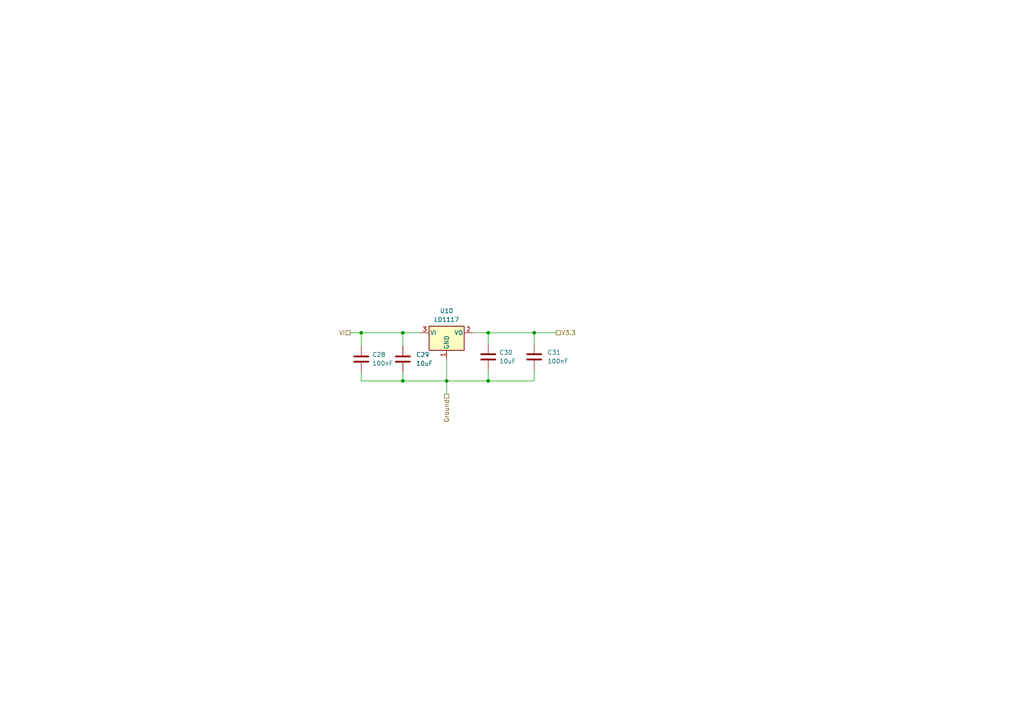
<source format=kicad_sch>
(kicad_sch (version 20231120) (generator "eeschema") (generator_version "8.0")
  (paper "A4")
  (lib_symbols
    (symbol "Device:C" (pin_numbers hide) (pin_names (offset 0.254))
      (property "Reference" "C" (at 0.635 2.54 0))
      (property "Value" "C" (at 0.635 -2.54 0))
      (symbol "C_0_1"
        (polyline (pts (xy -2.032 -0.762) (xy 2.032 -0.762)) (stroke (width 0.508)))
        (polyline (pts (xy -2.032 0.762) (xy 2.032 0.762)) (stroke (width 0.508)))
      )
      (symbol "C_1_1"
        (pin passive line (at 0 3.81 270) (length 2.794) (name "~") (number "1"))
        (pin passive line (at 0 -3.81 90) (length 2.794) (name "~") (number "2"))
      )
    )
    (symbol "SpiritBoi_Library:LD1117" (pin_names (offset 0.254))
      (property "Reference" "U" (at -3.81 3.175 0))
      (property "Value" "LD1117" (at 0 3.175 0))
      (symbol "LD1117_0_1"
        (rectangle (start -5.08 -5.08) (end 5.08 1.905) (stroke (width 0.254)) (fill (type background)))
      )
      (symbol "LD1117_1_1"
        (pin power_in line (at 0 -7.62 90) (length 2.54) (name "GND") (number "1"))
        (pin power_out line (at 7.62 0 180) (length 2.54) (name "VO") (number "2"))
        (pin power_in line (at -7.62 0 0) (length 2.54) (name "VI") (number "3"))
      )
    )
  )
  (junction (at 141.605 110.49))
  (junction (at 141.605 96.52))
  (junction (at 116.84 96.52))
  (junction (at 154.94 96.52))
  (junction (at 104.775 96.52))
  (junction (at 116.84 110.49))
  (junction (at 129.54 110.49))
  (wire (pts (xy 141.605 110.49) (xy 141.605 107.315)))
  (wire (pts (xy 104.775 96.52) (xy 104.775 100.33)))
  (wire (pts (xy 104.775 110.49) (xy 116.84 110.49)))
  (wire (pts (xy 141.605 110.49) (xy 154.94 110.49)))
  (wire (pts (xy 116.84 96.52) (xy 121.92 96.52)))
  (wire (pts (xy 129.54 104.14) (xy 129.54 110.49)))
  (wire (pts (xy 116.84 107.95) (xy 116.84 110.49)))
  (wire (pts (xy 101.6 96.52) (xy 104.775 96.52)))
  (wire (pts (xy 154.94 96.52) (xy 141.605 96.52)))
  (wire (pts (xy 154.94 110.49) (xy 154.94 107.315)))
  (wire (pts (xy 104.775 110.49) (xy 104.775 107.95)))
  (wire (pts (xy 104.775 96.52) (xy 116.84 96.52)))
  (wire (pts (xy 116.84 110.49) (xy 129.54 110.49)))
  (wire (pts (xy 141.605 96.52) (xy 141.605 99.695)))
  (wire (pts (xy 129.54 110.49) (xy 141.605 110.49)))
  (wire (pts (xy 161.29 96.52) (xy 154.94 96.52)))
  (wire (pts (xy 141.605 96.52) (xy 137.16 96.52)))
  (wire (pts (xy 116.84 96.52) (xy 116.84 100.33)))
  (wire (pts (xy 154.94 96.52) (xy 154.94 99.695)))
  (wire (pts (xy 129.54 110.49) (xy 129.54 114.3)))
  (hierarchical_label "VI" (shape passive) (at 101.6 96.52 180))
  (hierarchical_label "Ground" (shape passive) (at 129.54 114.3 270))
  (hierarchical_label "V3.3" (shape passive) (at 161.29 96.52 0))
  (symbol (lib_id "Device:C") (at 154.94 103.505 0) (unit 1)
    (property "Reference" "C31" (at 158.75 102.2349 0) (effects (justify left)))
    (property "Value" "100nF" (at 158.75 104.7749 0) (effects (justify left)))
    (property "Footprint" "SpiritBoi_Footprint_Library:C_0805" (effects (hide yes)))
    (property "Description" "Unpolarized capacitor" (effects (hide yes)))
  )
  (symbol (lib_id "Device:C") (at 116.84 104.14 0) (unit 1)
    (property "Reference" "C29" (at 120.65 102.8699 0) (effects (justify left)))
    (property "Value" "10uF" (at 120.65 105.4099 0) (effects (justify left)))
    (property "Footprint" "SpiritBoi_Footprint_Library:C_0805" (effects (hide yes)))
    (property "Description" "Unpolarized capacitor" (effects (hide yes)))
  )
  (symbol (lib_id "Device:C") (at 104.775 104.14 0) (unit 1)
    (property "Reference" "C28" (at 107.95 102.8699 0) (effects (justify left)))
    (property "Value" "100nF" (at 107.95 105.4099 0) (effects (justify left)))
    (property "Footprint" "SpiritBoi_Footprint_Library:C_0805" (effects (hide yes)))
    (property "Description" "Unpolarized capacitor" (effects (hide yes)))
  )
  (symbol (lib_id "SpiritBoi_Library:LD1117") (at 129.54 96.52 0) (unit 1)
    (property "Reference" "U10" (at 129.54 90.17 0))
    (property "Value" "LD1117" (at 129.54 92.71 0))
    (property "Footprint" "SpiritBoi_Footprint_Library:SOT233" (effects (hide yes)))
    (property "Datasheet" "https://www.rhydolabz.com/documents/LD1117.pdf" (effects (hide yes)))
    (property "Description" "1A Low Dropout regulator, positive, 1.5V fixed output, TO-252" (effects (hide yes)))
  )
  (symbol (lib_id "Device:C") (at 141.605 103.505 0) (unit 1)
    (property "Reference" "C30" (at 144.78 102.2349 0) (effects (justify left)))
    (property "Value" "10uF" (at 144.78 104.7749 0) (effects (justify left)))
    (property "Footprint" "SpiritBoi_Footprint_Library:C_0805" (effects (hide yes)))
    (property "Description" "Unpolarized capacitor" (effects (hide yes)))
  )
)
</source>
